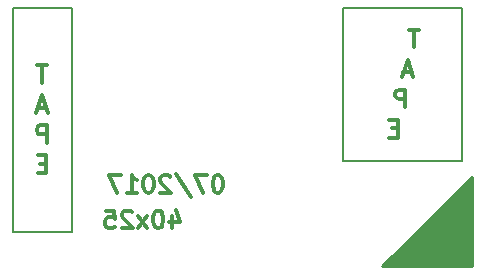
<source format=gbr>
%TF.GenerationSoftware,KiCad,Pcbnew,4.0.6*%
%TF.CreationDate,2017-07-29T18:57:00+02:00*%
%TF.ProjectId,ChipS,43686970532E6B696361645F70636200,rev?*%
%TF.FileFunction,Legend,Bot*%
%FSLAX46Y46*%
G04 Gerber Fmt 4.6, Leading zero omitted, Abs format (unit mm)*
G04 Created by KiCad (PCBNEW 4.0.6) date 07/29/17 18:57:00*
%MOMM*%
%LPD*%
G01*
G04 APERTURE LIST*
%ADD10C,0.100000*%
%ADD11C,0.300000*%
%ADD12C,0.200000*%
%ADD13C,0.250000*%
G04 APERTURE END LIST*
D10*
D11*
X94428570Y-76178571D02*
X94285713Y-76178571D01*
X94142856Y-76250000D01*
X94071427Y-76321429D01*
X93999998Y-76464286D01*
X93928570Y-76750000D01*
X93928570Y-77107143D01*
X93999998Y-77392857D01*
X94071427Y-77535714D01*
X94142856Y-77607143D01*
X94285713Y-77678571D01*
X94428570Y-77678571D01*
X94571427Y-77607143D01*
X94642856Y-77535714D01*
X94714284Y-77392857D01*
X94785713Y-77107143D01*
X94785713Y-76750000D01*
X94714284Y-76464286D01*
X94642856Y-76321429D01*
X94571427Y-76250000D01*
X94428570Y-76178571D01*
X93428570Y-76178571D02*
X92428570Y-76178571D01*
X93071427Y-77678571D01*
X90785714Y-76107143D02*
X92071428Y-78035714D01*
X90357142Y-76321429D02*
X90285713Y-76250000D01*
X90142856Y-76178571D01*
X89785713Y-76178571D01*
X89642856Y-76250000D01*
X89571427Y-76321429D01*
X89499999Y-76464286D01*
X89499999Y-76607143D01*
X89571427Y-76821429D01*
X90428570Y-77678571D01*
X89499999Y-77678571D01*
X88571428Y-76178571D02*
X88428571Y-76178571D01*
X88285714Y-76250000D01*
X88214285Y-76321429D01*
X88142856Y-76464286D01*
X88071428Y-76750000D01*
X88071428Y-77107143D01*
X88142856Y-77392857D01*
X88214285Y-77535714D01*
X88285714Y-77607143D01*
X88428571Y-77678571D01*
X88571428Y-77678571D01*
X88714285Y-77607143D01*
X88785714Y-77535714D01*
X88857142Y-77392857D01*
X88928571Y-77107143D01*
X88928571Y-76750000D01*
X88857142Y-76464286D01*
X88785714Y-76321429D01*
X88714285Y-76250000D01*
X88571428Y-76178571D01*
X86642857Y-77678571D02*
X87500000Y-77678571D01*
X87071428Y-77678571D02*
X87071428Y-76178571D01*
X87214285Y-76392857D01*
X87357143Y-76535714D01*
X87500000Y-76607143D01*
X86142857Y-76178571D02*
X85142857Y-76178571D01*
X85785714Y-77678571D01*
X111428571Y-63853571D02*
X110571428Y-63853571D01*
X110999999Y-65353571D02*
X110999999Y-63853571D01*
X110785714Y-67475000D02*
X110071428Y-67475000D01*
X110928571Y-67903571D02*
X110428571Y-66403571D01*
X109928571Y-67903571D01*
X110250000Y-70453571D02*
X110250000Y-68953571D01*
X109678572Y-68953571D01*
X109535714Y-69025000D01*
X109464286Y-69096429D01*
X109392857Y-69239286D01*
X109392857Y-69453571D01*
X109464286Y-69596429D01*
X109535714Y-69667857D01*
X109678572Y-69739286D01*
X110250000Y-69739286D01*
X109607143Y-72217857D02*
X109107143Y-72217857D01*
X108892857Y-73003571D02*
X109607143Y-73003571D01*
X109607143Y-71503571D01*
X108892857Y-71503571D01*
D12*
X105000000Y-62000000D02*
X112000000Y-62000000D01*
X105000000Y-75000000D02*
X105000000Y-62000000D01*
X115000000Y-75000000D02*
X105000000Y-75000000D01*
X115000000Y-62000000D02*
X115000000Y-75000000D01*
X105000000Y-62000000D02*
X115000000Y-62000000D01*
D11*
X79928571Y-66853571D02*
X79071428Y-66853571D01*
X79499999Y-68353571D02*
X79499999Y-66853571D01*
X79857143Y-70475000D02*
X79142857Y-70475000D01*
X80000000Y-70903571D02*
X79500000Y-69403571D01*
X79000000Y-70903571D01*
X79892857Y-73453571D02*
X79892857Y-71953571D01*
X79321429Y-71953571D01*
X79178571Y-72025000D01*
X79107143Y-72096429D01*
X79035714Y-72239286D01*
X79035714Y-72453571D01*
X79107143Y-72596429D01*
X79178571Y-72667857D01*
X79321429Y-72739286D01*
X79892857Y-72739286D01*
X79821428Y-75217857D02*
X79321428Y-75217857D01*
X79107142Y-76003571D02*
X79821428Y-76003571D01*
X79821428Y-74503571D01*
X79107142Y-74503571D01*
D12*
X77000000Y-81000000D02*
X77000000Y-71000000D01*
X82000000Y-81000000D02*
X77000000Y-81000000D01*
X82000000Y-62000000D02*
X82000000Y-81000000D01*
X77000000Y-62000000D02*
X82000000Y-62000000D01*
X77000000Y-71000000D02*
X77000000Y-62000000D01*
D11*
X90464285Y-79678571D02*
X90464285Y-80678571D01*
X90821428Y-79107143D02*
X91178571Y-80178571D01*
X90249999Y-80178571D01*
X89392857Y-79178571D02*
X89250000Y-79178571D01*
X89107143Y-79250000D01*
X89035714Y-79321429D01*
X88964285Y-79464286D01*
X88892857Y-79750000D01*
X88892857Y-80107143D01*
X88964285Y-80392857D01*
X89035714Y-80535714D01*
X89107143Y-80607143D01*
X89250000Y-80678571D01*
X89392857Y-80678571D01*
X89535714Y-80607143D01*
X89607143Y-80535714D01*
X89678571Y-80392857D01*
X89750000Y-80107143D01*
X89750000Y-79750000D01*
X89678571Y-79464286D01*
X89607143Y-79321429D01*
X89535714Y-79250000D01*
X89392857Y-79178571D01*
X88392857Y-80678571D02*
X87607143Y-79678571D01*
X88392857Y-79678571D02*
X87607143Y-80678571D01*
X87107143Y-79321429D02*
X87035714Y-79250000D01*
X86892857Y-79178571D01*
X86535714Y-79178571D01*
X86392857Y-79250000D01*
X86321428Y-79321429D01*
X86250000Y-79464286D01*
X86250000Y-79607143D01*
X86321428Y-79821429D01*
X87178571Y-80678571D01*
X86250000Y-80678571D01*
X84892857Y-79178571D02*
X85607143Y-79178571D01*
X85678572Y-79892857D01*
X85607143Y-79821429D01*
X85464286Y-79750000D01*
X85107143Y-79750000D01*
X84964286Y-79821429D01*
X84892857Y-79892857D01*
X84821429Y-80035714D01*
X84821429Y-80392857D01*
X84892857Y-80535714D01*
X84964286Y-80607143D01*
X85107143Y-80678571D01*
X85464286Y-80678571D01*
X85607143Y-80607143D01*
X85678572Y-80535714D01*
D13*
G36*
X115875000Y-83875000D02*
X108301776Y-83875000D01*
X115875000Y-76301776D01*
X115875000Y-83875000D01*
X115875000Y-83875000D01*
G37*
X115875000Y-83875000D02*
X108301776Y-83875000D01*
X115875000Y-76301776D01*
X115875000Y-83875000D01*
M02*

</source>
